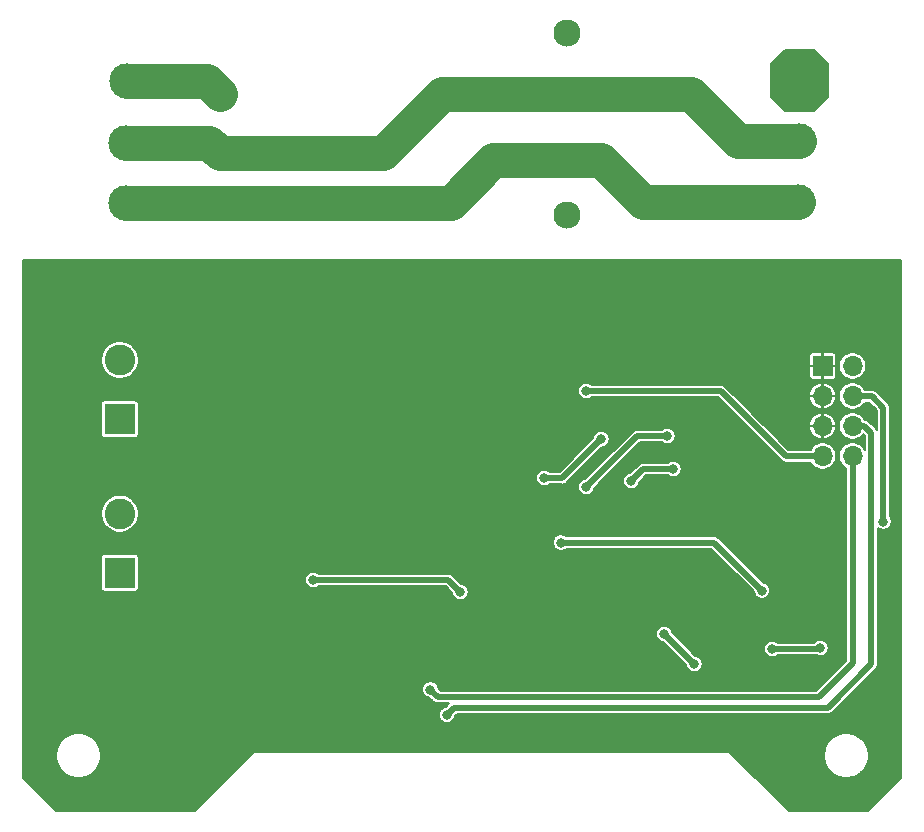
<source format=gbr>
%TF.GenerationSoftware,KiCad,Pcbnew,(5.1.7)-1*%
%TF.CreationDate,2021-01-13T20:29:12+01:00*%
%TF.ProjectId,HotPlateController,486f7450-6c61-4746-9543-6f6e74726f6c,rev?*%
%TF.SameCoordinates,Original*%
%TF.FileFunction,Copper,L2,Bot*%
%TF.FilePolarity,Positive*%
%FSLAX46Y46*%
G04 Gerber Fmt 4.6, Leading zero omitted, Abs format (unit mm)*
G04 Created by KiCad (PCBNEW (5.1.7)-1) date 2021-01-13 20:29:12*
%MOMM*%
%LPD*%
G01*
G04 APERTURE LIST*
%TA.AperFunction,ComponentPad*%
%ADD10C,2.300000*%
%TD*%
%TA.AperFunction,ComponentPad*%
%ADD11R,2.300000X2.000000*%
%TD*%
%TA.AperFunction,ComponentPad*%
%ADD12C,3.000000*%
%TD*%
%TA.AperFunction,ComponentPad*%
%ADD13R,2.600000X2.600000*%
%TD*%
%TA.AperFunction,ComponentPad*%
%ADD14C,2.600000*%
%TD*%
%TA.AperFunction,ComponentPad*%
%ADD15O,1.700000X1.700000*%
%TD*%
%TA.AperFunction,ComponentPad*%
%ADD16R,1.700000X1.700000*%
%TD*%
%TA.AperFunction,ViaPad*%
%ADD17C,0.800000*%
%TD*%
%TA.AperFunction,Conductor*%
%ADD18C,3.000000*%
%TD*%
%TA.AperFunction,Conductor*%
%ADD19C,0.500000*%
%TD*%
%TA.AperFunction,Conductor*%
%ADD20C,0.200000*%
%TD*%
%TA.AperFunction,Conductor*%
%ADD21C,0.100000*%
%TD*%
G04 APERTURE END LIST*
D10*
%TO.P,PS1,4*%
%TO.N,+5V*%
X46400000Y-24200000D03*
%TO.P,PS1,2*%
%TO.N,Net-(J3-Pad2)*%
X17000000Y-19000000D03*
D11*
%TO.P,PS1,1*%
%TO.N,Net-(J3-Pad1)*%
X17000000Y-14000000D03*
D10*
%TO.P,PS1,3*%
%TO.N,GND*%
X46400000Y-8800000D03*
%TD*%
D12*
%TO.P,J4,3*%
%TO.N,Net-(J4-Pad3)*%
X66000000Y-12840000D03*
%TO.P,J4,2*%
%TO.N,Net-(J3-Pad2)*%
X66000000Y-17920000D03*
%TO.P,J4,1*%
%TO.N,Earth*%
X65900000Y-23100000D03*
%TD*%
%TO.P,J3,3*%
%TO.N,Earth*%
X9000000Y-23160000D03*
%TO.P,J3,2*%
%TO.N,Net-(J3-Pad2)*%
X9000000Y-18080000D03*
%TO.P,J3,1*%
%TO.N,Net-(J3-Pad1)*%
X9100000Y-12900000D03*
%TD*%
D13*
%TO.P,J1,1*%
%TO.N,Net-(J1-Pad1)*%
X8500000Y-41500000D03*
D14*
%TO.P,J1,2*%
%TO.N,+5V*%
X8500000Y-36500000D03*
%TD*%
D13*
%TO.P,J6,1*%
%TO.N,Net-(J6-Pad1)*%
X8500000Y-54500000D03*
D14*
%TO.P,J6,2*%
%TO.N,Net-(J6-Pad2)*%
X8500000Y-49500000D03*
%TD*%
D15*
%TO.P,J2,8*%
%TO.N,/USB_RX*%
X70540000Y-44620000D03*
%TO.P,J2,7*%
%TO.N,+5V*%
X68000000Y-44620000D03*
%TO.P,J2,6*%
%TO.N,/USB_TX*%
X70540000Y-42080000D03*
%TO.P,J2,5*%
%TO.N,GND*%
X68000000Y-42080000D03*
%TO.P,J2,4*%
%TO.N,UserSwitch*%
X70540000Y-39540000D03*
%TO.P,J2,3*%
%TO.N,GND*%
X68000000Y-39540000D03*
%TO.P,J2,2*%
%TO.N,/EN*%
X70540000Y-37000000D03*
D16*
%TO.P,J2,1*%
%TO.N,GND*%
X68000000Y-37000000D03*
%TD*%
D17*
%TO.N,+5V*%
X48006000Y-39116000D03*
%TO.N,GND*%
X58420000Y-32512000D03*
X56642000Y-35814000D03*
X49784000Y-34798000D03*
X45720000Y-34290000D03*
X34798000Y-41402000D03*
X28448000Y-42926000D03*
X14478000Y-48514000D03*
X21082000Y-56388000D03*
X29210000Y-67310000D03*
X53594000Y-62230000D03*
X66294000Y-48006000D03*
X53848000Y-53340000D03*
X55626000Y-57150000D03*
%TO.N,+3V3*%
X57150000Y-62230000D03*
X54610000Y-59690000D03*
%TO.N,/USB_RX*%
X34798000Y-64389000D03*
%TO.N,/USB_TX*%
X36195000Y-66548000D03*
%TO.N,/EN*%
X63754000Y-60960000D03*
X67818000Y-60872000D03*
%TO.N,/ESP32_SPI_SCK*%
X24892000Y-55118000D03*
X37338000Y-56134000D03*
%TO.N,StatusLED*%
X48006000Y-47244000D03*
X54864000Y-42926000D03*
%TO.N,HotLED*%
X49276000Y-43180000D03*
X44449992Y-46482000D03*
%TO.N,UserSwitch*%
X73152000Y-50165000D03*
X45847000Y-51943000D03*
X62865000Y-56007000D03*
%TO.N,V_Current_adj*%
X55372000Y-45720000D03*
X51816000Y-46736000D03*
%TO.N,Net-(J3-Pad1)*%
X13462000Y-13970000D03*
X12446000Y-13970000D03*
X11430000Y-13970000D03*
X13462000Y-12954000D03*
X12446000Y-12954000D03*
X11430000Y-12954000D03*
X13462000Y-11938000D03*
X12446000Y-11938000D03*
X11430000Y-11938000D03*
%TO.N,Net-(J4-Pad3)*%
X66040000Y-10668000D03*
X68072000Y-12954000D03*
X66040000Y-14986000D03*
X64008000Y-12954000D03*
X64516000Y-11176000D03*
X67564000Y-11176000D03*
X67564000Y-14478000D03*
X64516000Y-14478000D03*
%TD*%
D18*
%TO.N,Earth*%
X36530000Y-23160000D02*
X9000000Y-23160000D01*
X40132000Y-19558000D02*
X36530000Y-23160000D01*
X49276000Y-19558000D02*
X40132000Y-19558000D01*
X52832000Y-23114000D02*
X49276000Y-19558000D01*
X65886000Y-23114000D02*
X52832000Y-23114000D01*
X65900000Y-23100000D02*
X65886000Y-23114000D01*
D19*
%TO.N,+5V*%
X48006000Y-39116000D02*
X59366000Y-39116000D01*
X64870000Y-44620000D02*
X68000000Y-44620000D01*
X59366000Y-39116000D02*
X64870000Y-44620000D01*
%TO.N,+3V3*%
X57150000Y-62230000D02*
X54610000Y-59690000D01*
%TO.N,/USB_RX*%
X34798000Y-64389000D02*
X35433000Y-65024000D01*
X35433000Y-65024000D02*
X67691000Y-65024000D01*
X70540000Y-62175000D02*
X70540000Y-44620000D01*
X67691000Y-65024000D02*
X70540000Y-62175000D01*
%TO.N,/USB_TX*%
X70540000Y-42080000D02*
X71544000Y-42080000D01*
X71544000Y-42080000D02*
X72136000Y-42672000D01*
X72136000Y-42672000D02*
X72136000Y-52578000D01*
X72136000Y-52578000D02*
X72136000Y-62230000D01*
X72136000Y-62230000D02*
X68453000Y-65913000D01*
X36830000Y-65913000D02*
X36195000Y-66548000D01*
X68453000Y-65913000D02*
X36830000Y-65913000D01*
%TO.N,/EN*%
X63754000Y-60960000D02*
X67818000Y-60960000D01*
X67818000Y-60960000D02*
X67818000Y-60872000D01*
%TO.N,/ESP32_SPI_SCK*%
X36322000Y-55118000D02*
X37338000Y-56134000D01*
X24892000Y-55118000D02*
X36322000Y-55118000D01*
%TO.N,StatusLED*%
X52324000Y-42926000D02*
X54864000Y-42926000D01*
X48006000Y-47244000D02*
X52324000Y-42926000D01*
%TO.N,HotLED*%
X49276000Y-43180000D02*
X45974000Y-46482000D01*
X45974000Y-46482000D02*
X44449992Y-46482000D01*
%TO.N,UserSwitch*%
X73152000Y-50165000D02*
X73152000Y-40513000D01*
X72179000Y-39540000D02*
X73152000Y-40513000D01*
X70540000Y-39540000D02*
X72179000Y-39540000D01*
X45847000Y-51943000D02*
X58801000Y-51943000D01*
X58801000Y-51943000D02*
X62865000Y-56007000D01*
%TO.N,V_Current_adj*%
X55372000Y-45720000D02*
X53594000Y-45720000D01*
X53594000Y-45720000D02*
X52832000Y-45720000D01*
X52832000Y-45720000D02*
X51816000Y-46736000D01*
D18*
%TO.N,Net-(J3-Pad2)*%
X16080000Y-18080000D02*
X17000000Y-19000000D01*
X9000000Y-18080000D02*
X16080000Y-18080000D01*
X30784000Y-19000000D02*
X17000000Y-19000000D01*
X35814000Y-13970000D02*
X30784000Y-19000000D01*
X56896000Y-13970000D02*
X35814000Y-13970000D01*
X60846000Y-17920000D02*
X56896000Y-13970000D01*
X66000000Y-17920000D02*
X60846000Y-17920000D01*
%TO.N,Net-(J3-Pad1)*%
X15900000Y-12900000D02*
X17000000Y-14000000D01*
X9100000Y-12900000D02*
X15900000Y-12900000D01*
%TD*%
D20*
%TO.N,Net-(J4-Pad3)*%
X68480000Y-11471422D02*
X68480000Y-14182578D01*
X67268578Y-15394000D01*
X64811422Y-15394000D01*
X63600000Y-14182578D01*
X63600000Y-11471422D01*
X64811422Y-10260000D01*
X67268578Y-10260000D01*
X68480000Y-11471422D01*
%TA.AperFunction,Conductor*%
D21*
G36*
X68480000Y-11471422D02*
G01*
X68480000Y-14182578D01*
X67268578Y-15394000D01*
X64811422Y-15394000D01*
X63600000Y-14182578D01*
X63600000Y-11471422D01*
X64811422Y-10260000D01*
X67268578Y-10260000D01*
X68480000Y-11471422D01*
G37*
%TD.AperFunction*%
%TD*%
D20*
%TO.N,GND*%
X74675000Y-71865380D02*
X71865382Y-74675000D01*
X65134619Y-74675000D01*
X60272485Y-69812866D01*
X68100000Y-69812866D01*
X68100000Y-70187134D01*
X68173016Y-70554209D01*
X68316242Y-70899987D01*
X68524174Y-71211179D01*
X68788821Y-71475826D01*
X69100013Y-71683758D01*
X69445791Y-71826984D01*
X69812866Y-71900000D01*
X70187134Y-71900000D01*
X70554209Y-71826984D01*
X70899987Y-71683758D01*
X71211179Y-71475826D01*
X71475826Y-71211179D01*
X71683758Y-70899987D01*
X71826984Y-70554209D01*
X71900000Y-70187134D01*
X71900000Y-69812866D01*
X71826984Y-69445791D01*
X71683758Y-69100013D01*
X71475826Y-68788821D01*
X71211179Y-68524174D01*
X70899987Y-68316242D01*
X70554209Y-68173016D01*
X70187134Y-68100000D01*
X69812866Y-68100000D01*
X69445791Y-68173016D01*
X69100013Y-68316242D01*
X68788821Y-68524174D01*
X68524174Y-68788821D01*
X68316242Y-69100013D01*
X68173016Y-69445791D01*
X68100000Y-69812866D01*
X60272485Y-69812866D01*
X60241101Y-69781483D01*
X60230921Y-69769079D01*
X60181434Y-69728465D01*
X60124974Y-69698287D01*
X60063711Y-69679703D01*
X60015961Y-69675000D01*
X60015953Y-69675000D01*
X60000000Y-69673429D01*
X59984047Y-69675000D01*
X20015953Y-69675000D01*
X20000000Y-69673429D01*
X19984047Y-69675000D01*
X19984039Y-69675000D01*
X19936289Y-69679703D01*
X19875026Y-69698287D01*
X19818566Y-69728465D01*
X19769079Y-69769079D01*
X19758904Y-69781477D01*
X14865382Y-74675000D01*
X3134620Y-74675000D01*
X325000Y-71865382D01*
X325000Y-69812866D01*
X3100000Y-69812866D01*
X3100000Y-70187134D01*
X3173016Y-70554209D01*
X3316242Y-70899987D01*
X3524174Y-71211179D01*
X3788821Y-71475826D01*
X4100013Y-71683758D01*
X4445791Y-71826984D01*
X4812866Y-71900000D01*
X5187134Y-71900000D01*
X5554209Y-71826984D01*
X5899987Y-71683758D01*
X6211179Y-71475826D01*
X6475826Y-71211179D01*
X6683758Y-70899987D01*
X6826984Y-70554209D01*
X6900000Y-70187134D01*
X6900000Y-69812866D01*
X6826984Y-69445791D01*
X6683758Y-69100013D01*
X6475826Y-68788821D01*
X6211179Y-68524174D01*
X5899987Y-68316242D01*
X5554209Y-68173016D01*
X5187134Y-68100000D01*
X4812866Y-68100000D01*
X4445791Y-68173016D01*
X4100013Y-68316242D01*
X3788821Y-68524174D01*
X3524174Y-68788821D01*
X3316242Y-69100013D01*
X3173016Y-69445791D01*
X3100000Y-69812866D01*
X325000Y-69812866D01*
X325000Y-64320056D01*
X34098000Y-64320056D01*
X34098000Y-64457944D01*
X34124901Y-64593182D01*
X34177668Y-64720574D01*
X34254274Y-64835224D01*
X34351776Y-64932726D01*
X34466426Y-65009332D01*
X34593818Y-65062099D01*
X34717980Y-65086797D01*
X35024987Y-65393804D01*
X35042210Y-65414790D01*
X35125958Y-65483521D01*
X35221506Y-65534592D01*
X35325181Y-65566042D01*
X35405982Y-65574000D01*
X35405989Y-65574000D01*
X35433000Y-65576660D01*
X35460011Y-65574000D01*
X36391183Y-65574000D01*
X36114980Y-65850203D01*
X35990818Y-65874901D01*
X35863426Y-65927668D01*
X35748776Y-66004274D01*
X35651274Y-66101776D01*
X35574668Y-66216426D01*
X35521901Y-66343818D01*
X35495000Y-66479056D01*
X35495000Y-66616944D01*
X35521901Y-66752182D01*
X35574668Y-66879574D01*
X35651274Y-66994224D01*
X35748776Y-67091726D01*
X35863426Y-67168332D01*
X35990818Y-67221099D01*
X36126056Y-67248000D01*
X36263944Y-67248000D01*
X36399182Y-67221099D01*
X36526574Y-67168332D01*
X36641224Y-67091726D01*
X36738726Y-66994224D01*
X36815332Y-66879574D01*
X36868099Y-66752182D01*
X36892797Y-66628020D01*
X37057817Y-66463000D01*
X68425992Y-66463000D01*
X68453000Y-66465660D01*
X68480008Y-66463000D01*
X68480018Y-66463000D01*
X68560819Y-66455042D01*
X68664494Y-66423592D01*
X68760042Y-66372521D01*
X68843790Y-66303790D01*
X68861013Y-66282804D01*
X72505804Y-62638013D01*
X72526790Y-62620790D01*
X72595521Y-62537042D01*
X72646592Y-62441494D01*
X72678042Y-62337819D01*
X72686000Y-62257018D01*
X72686000Y-62257011D01*
X72688660Y-62230000D01*
X72686000Y-62202989D01*
X72686000Y-50688950D01*
X72705776Y-50708726D01*
X72820426Y-50785332D01*
X72947818Y-50838099D01*
X73083056Y-50865000D01*
X73220944Y-50865000D01*
X73356182Y-50838099D01*
X73483574Y-50785332D01*
X73598224Y-50708726D01*
X73695726Y-50611224D01*
X73772332Y-50496574D01*
X73825099Y-50369182D01*
X73852000Y-50233944D01*
X73852000Y-50096056D01*
X73825099Y-49960818D01*
X73772332Y-49833426D01*
X73702000Y-49728166D01*
X73702000Y-40540011D01*
X73704660Y-40513000D01*
X73702000Y-40485989D01*
X73702000Y-40485982D01*
X73694042Y-40405181D01*
X73662592Y-40301506D01*
X73662592Y-40301505D01*
X73611521Y-40205958D01*
X73560013Y-40143196D01*
X73542790Y-40122210D01*
X73521804Y-40104987D01*
X72587013Y-39170196D01*
X72569790Y-39149210D01*
X72486042Y-39080479D01*
X72390494Y-39029408D01*
X72286819Y-38997958D01*
X72206018Y-38990000D01*
X72206008Y-38990000D01*
X72179000Y-38987340D01*
X72151992Y-38990000D01*
X71555594Y-38990000D01*
X71433263Y-38806918D01*
X71273082Y-38646737D01*
X71084729Y-38520884D01*
X70875443Y-38434194D01*
X70653265Y-38390000D01*
X70426735Y-38390000D01*
X70204557Y-38434194D01*
X69995271Y-38520884D01*
X69806918Y-38646737D01*
X69646737Y-38806918D01*
X69520884Y-38995271D01*
X69434194Y-39204557D01*
X69390000Y-39426735D01*
X69390000Y-39653265D01*
X69434194Y-39875443D01*
X69520884Y-40084729D01*
X69646737Y-40273082D01*
X69806918Y-40433263D01*
X69995271Y-40559116D01*
X70204557Y-40645806D01*
X70426735Y-40690000D01*
X70653265Y-40690000D01*
X70875443Y-40645806D01*
X71084729Y-40559116D01*
X71273082Y-40433263D01*
X71433263Y-40273082D01*
X71555594Y-40090000D01*
X71951183Y-40090000D01*
X72602001Y-40740818D01*
X72602001Y-42377081D01*
X72595521Y-42364958D01*
X72561982Y-42324091D01*
X72544013Y-42302195D01*
X72544008Y-42302190D01*
X72526790Y-42281210D01*
X72505809Y-42263992D01*
X71952013Y-41710195D01*
X71934790Y-41689210D01*
X71851042Y-41620479D01*
X71755494Y-41569408D01*
X71651819Y-41537958D01*
X71571018Y-41530000D01*
X71571008Y-41530000D01*
X71554508Y-41528375D01*
X71433263Y-41346918D01*
X71273082Y-41186737D01*
X71084729Y-41060884D01*
X70875443Y-40974194D01*
X70653265Y-40930000D01*
X70426735Y-40930000D01*
X70204557Y-40974194D01*
X69995271Y-41060884D01*
X69806918Y-41186737D01*
X69646737Y-41346918D01*
X69520884Y-41535271D01*
X69434194Y-41744557D01*
X69390000Y-41966735D01*
X69390000Y-42193265D01*
X69434194Y-42415443D01*
X69520884Y-42624729D01*
X69646737Y-42813082D01*
X69806918Y-42973263D01*
X69995271Y-43099116D01*
X70204557Y-43185806D01*
X70426735Y-43230000D01*
X70653265Y-43230000D01*
X70875443Y-43185806D01*
X71084729Y-43099116D01*
X71273082Y-42973263D01*
X71433263Y-42813082D01*
X71459699Y-42773517D01*
X71586000Y-42899818D01*
X71586000Y-44140174D01*
X71559116Y-44075271D01*
X71433263Y-43886918D01*
X71273082Y-43726737D01*
X71084729Y-43600884D01*
X70875443Y-43514194D01*
X70653265Y-43470000D01*
X70426735Y-43470000D01*
X70204557Y-43514194D01*
X69995271Y-43600884D01*
X69806918Y-43726737D01*
X69646737Y-43886918D01*
X69520884Y-44075271D01*
X69434194Y-44284557D01*
X69390000Y-44506735D01*
X69390000Y-44733265D01*
X69434194Y-44955443D01*
X69520884Y-45164729D01*
X69646737Y-45353082D01*
X69806918Y-45513263D01*
X69990001Y-45635595D01*
X69990000Y-61947182D01*
X67463183Y-64474000D01*
X35660817Y-64474000D01*
X35495797Y-64308980D01*
X35471099Y-64184818D01*
X35418332Y-64057426D01*
X35341726Y-63942776D01*
X35244224Y-63845274D01*
X35129574Y-63768668D01*
X35002182Y-63715901D01*
X34866944Y-63689000D01*
X34729056Y-63689000D01*
X34593818Y-63715901D01*
X34466426Y-63768668D01*
X34351776Y-63845274D01*
X34254274Y-63942776D01*
X34177668Y-64057426D01*
X34124901Y-64184818D01*
X34098000Y-64320056D01*
X325000Y-64320056D01*
X325000Y-59621056D01*
X53910000Y-59621056D01*
X53910000Y-59758944D01*
X53936901Y-59894182D01*
X53989668Y-60021574D01*
X54066274Y-60136224D01*
X54163776Y-60233726D01*
X54278426Y-60310332D01*
X54405818Y-60363099D01*
X54529980Y-60387797D01*
X56452203Y-62310021D01*
X56476901Y-62434182D01*
X56529668Y-62561574D01*
X56606274Y-62676224D01*
X56703776Y-62773726D01*
X56818426Y-62850332D01*
X56945818Y-62903099D01*
X57081056Y-62930000D01*
X57218944Y-62930000D01*
X57354182Y-62903099D01*
X57481574Y-62850332D01*
X57596224Y-62773726D01*
X57693726Y-62676224D01*
X57770332Y-62561574D01*
X57823099Y-62434182D01*
X57850000Y-62298944D01*
X57850000Y-62161056D01*
X57823099Y-62025818D01*
X57770332Y-61898426D01*
X57693726Y-61783776D01*
X57596224Y-61686274D01*
X57481574Y-61609668D01*
X57354182Y-61556901D01*
X57230021Y-61532203D01*
X56588874Y-60891056D01*
X63054000Y-60891056D01*
X63054000Y-61028944D01*
X63080901Y-61164182D01*
X63133668Y-61291574D01*
X63210274Y-61406224D01*
X63307776Y-61503726D01*
X63422426Y-61580332D01*
X63549818Y-61633099D01*
X63685056Y-61660000D01*
X63822944Y-61660000D01*
X63958182Y-61633099D01*
X64085574Y-61580332D01*
X64190834Y-61510000D01*
X67529081Y-61510000D01*
X67613818Y-61545099D01*
X67749056Y-61572000D01*
X67886944Y-61572000D01*
X68022182Y-61545099D01*
X68149574Y-61492332D01*
X68264224Y-61415726D01*
X68361726Y-61318224D01*
X68438332Y-61203574D01*
X68491099Y-61076182D01*
X68518000Y-60940944D01*
X68518000Y-60803056D01*
X68491099Y-60667818D01*
X68438332Y-60540426D01*
X68361726Y-60425776D01*
X68264224Y-60328274D01*
X68149574Y-60251668D01*
X68022182Y-60198901D01*
X67886944Y-60172000D01*
X67749056Y-60172000D01*
X67613818Y-60198901D01*
X67486426Y-60251668D01*
X67371776Y-60328274D01*
X67290050Y-60410000D01*
X64190834Y-60410000D01*
X64085574Y-60339668D01*
X63958182Y-60286901D01*
X63822944Y-60260000D01*
X63685056Y-60260000D01*
X63549818Y-60286901D01*
X63422426Y-60339668D01*
X63307776Y-60416274D01*
X63210274Y-60513776D01*
X63133668Y-60628426D01*
X63080901Y-60755818D01*
X63054000Y-60891056D01*
X56588874Y-60891056D01*
X55307797Y-59609980D01*
X55283099Y-59485818D01*
X55230332Y-59358426D01*
X55153726Y-59243776D01*
X55056224Y-59146274D01*
X54941574Y-59069668D01*
X54814182Y-59016901D01*
X54678944Y-58990000D01*
X54541056Y-58990000D01*
X54405818Y-59016901D01*
X54278426Y-59069668D01*
X54163776Y-59146274D01*
X54066274Y-59243776D01*
X53989668Y-59358426D01*
X53936901Y-59485818D01*
X53910000Y-59621056D01*
X325000Y-59621056D01*
X325000Y-53200000D01*
X6898549Y-53200000D01*
X6898549Y-55800000D01*
X6904341Y-55858810D01*
X6921496Y-55915360D01*
X6949353Y-55967477D01*
X6986842Y-56013158D01*
X7032523Y-56050647D01*
X7084640Y-56078504D01*
X7141190Y-56095659D01*
X7200000Y-56101451D01*
X9800000Y-56101451D01*
X9858810Y-56095659D01*
X9915360Y-56078504D01*
X9967477Y-56050647D01*
X10013158Y-56013158D01*
X10050647Y-55967477D01*
X10078504Y-55915360D01*
X10095659Y-55858810D01*
X10101451Y-55800000D01*
X10101451Y-55049056D01*
X24192000Y-55049056D01*
X24192000Y-55186944D01*
X24218901Y-55322182D01*
X24271668Y-55449574D01*
X24348274Y-55564224D01*
X24445776Y-55661726D01*
X24560426Y-55738332D01*
X24687818Y-55791099D01*
X24823056Y-55818000D01*
X24960944Y-55818000D01*
X25096182Y-55791099D01*
X25223574Y-55738332D01*
X25328834Y-55668000D01*
X36094183Y-55668000D01*
X36640203Y-56214021D01*
X36664901Y-56338182D01*
X36717668Y-56465574D01*
X36794274Y-56580224D01*
X36891776Y-56677726D01*
X37006426Y-56754332D01*
X37133818Y-56807099D01*
X37269056Y-56834000D01*
X37406944Y-56834000D01*
X37542182Y-56807099D01*
X37669574Y-56754332D01*
X37784224Y-56677726D01*
X37881726Y-56580224D01*
X37958332Y-56465574D01*
X38011099Y-56338182D01*
X38038000Y-56202944D01*
X38038000Y-56065056D01*
X38011099Y-55929818D01*
X37958332Y-55802426D01*
X37881726Y-55687776D01*
X37784224Y-55590274D01*
X37669574Y-55513668D01*
X37542182Y-55460901D01*
X37418021Y-55436203D01*
X36730013Y-54748196D01*
X36712790Y-54727210D01*
X36629042Y-54658479D01*
X36533494Y-54607408D01*
X36429819Y-54575958D01*
X36349018Y-54568000D01*
X36349008Y-54568000D01*
X36322000Y-54565340D01*
X36294992Y-54568000D01*
X25328834Y-54568000D01*
X25223574Y-54497668D01*
X25096182Y-54444901D01*
X24960944Y-54418000D01*
X24823056Y-54418000D01*
X24687818Y-54444901D01*
X24560426Y-54497668D01*
X24445776Y-54574274D01*
X24348274Y-54671776D01*
X24271668Y-54786426D01*
X24218901Y-54913818D01*
X24192000Y-55049056D01*
X10101451Y-55049056D01*
X10101451Y-53200000D01*
X10095659Y-53141190D01*
X10078504Y-53084640D01*
X10050647Y-53032523D01*
X10013158Y-52986842D01*
X9967477Y-52949353D01*
X9915360Y-52921496D01*
X9858810Y-52904341D01*
X9800000Y-52898549D01*
X7200000Y-52898549D01*
X7141190Y-52904341D01*
X7084640Y-52921496D01*
X7032523Y-52949353D01*
X6986842Y-52986842D01*
X6949353Y-53032523D01*
X6921496Y-53084640D01*
X6904341Y-53141190D01*
X6898549Y-53200000D01*
X325000Y-53200000D01*
X325000Y-51874056D01*
X45147000Y-51874056D01*
X45147000Y-52011944D01*
X45173901Y-52147182D01*
X45226668Y-52274574D01*
X45303274Y-52389224D01*
X45400776Y-52486726D01*
X45515426Y-52563332D01*
X45642818Y-52616099D01*
X45778056Y-52643000D01*
X45915944Y-52643000D01*
X46051182Y-52616099D01*
X46178574Y-52563332D01*
X46283834Y-52493000D01*
X58573183Y-52493000D01*
X62167203Y-56087021D01*
X62191901Y-56211182D01*
X62244668Y-56338574D01*
X62321274Y-56453224D01*
X62418776Y-56550726D01*
X62533426Y-56627332D01*
X62660818Y-56680099D01*
X62796056Y-56707000D01*
X62933944Y-56707000D01*
X63069182Y-56680099D01*
X63196574Y-56627332D01*
X63311224Y-56550726D01*
X63408726Y-56453224D01*
X63485332Y-56338574D01*
X63538099Y-56211182D01*
X63565000Y-56075944D01*
X63565000Y-55938056D01*
X63538099Y-55802818D01*
X63485332Y-55675426D01*
X63408726Y-55560776D01*
X63311224Y-55463274D01*
X63196574Y-55386668D01*
X63069182Y-55333901D01*
X62945021Y-55309203D01*
X59209013Y-51573196D01*
X59191790Y-51552210D01*
X59108042Y-51483479D01*
X59012494Y-51432408D01*
X58908819Y-51400958D01*
X58828018Y-51393000D01*
X58828008Y-51393000D01*
X58801000Y-51390340D01*
X58773992Y-51393000D01*
X46283834Y-51393000D01*
X46178574Y-51322668D01*
X46051182Y-51269901D01*
X45915944Y-51243000D01*
X45778056Y-51243000D01*
X45642818Y-51269901D01*
X45515426Y-51322668D01*
X45400776Y-51399274D01*
X45303274Y-51496776D01*
X45226668Y-51611426D01*
X45173901Y-51738818D01*
X45147000Y-51874056D01*
X325000Y-51874056D01*
X325000Y-49342414D01*
X6900000Y-49342414D01*
X6900000Y-49657586D01*
X6961487Y-49966703D01*
X7082098Y-50257884D01*
X7257199Y-50519941D01*
X7480059Y-50742801D01*
X7742116Y-50917902D01*
X8033297Y-51038513D01*
X8342414Y-51100000D01*
X8657586Y-51100000D01*
X8966703Y-51038513D01*
X9257884Y-50917902D01*
X9519941Y-50742801D01*
X9742801Y-50519941D01*
X9917902Y-50257884D01*
X10038513Y-49966703D01*
X10100000Y-49657586D01*
X10100000Y-49342414D01*
X10038513Y-49033297D01*
X9917902Y-48742116D01*
X9742801Y-48480059D01*
X9519941Y-48257199D01*
X9257884Y-48082098D01*
X8966703Y-47961487D01*
X8657586Y-47900000D01*
X8342414Y-47900000D01*
X8033297Y-47961487D01*
X7742116Y-48082098D01*
X7480059Y-48257199D01*
X7257199Y-48480059D01*
X7082098Y-48742116D01*
X6961487Y-49033297D01*
X6900000Y-49342414D01*
X325000Y-49342414D01*
X325000Y-46413056D01*
X43749992Y-46413056D01*
X43749992Y-46550944D01*
X43776893Y-46686182D01*
X43829660Y-46813574D01*
X43906266Y-46928224D01*
X44003768Y-47025726D01*
X44118418Y-47102332D01*
X44245810Y-47155099D01*
X44381048Y-47182000D01*
X44518936Y-47182000D01*
X44553845Y-47175056D01*
X47306000Y-47175056D01*
X47306000Y-47312944D01*
X47332901Y-47448182D01*
X47385668Y-47575574D01*
X47462274Y-47690224D01*
X47559776Y-47787726D01*
X47674426Y-47864332D01*
X47801818Y-47917099D01*
X47937056Y-47944000D01*
X48074944Y-47944000D01*
X48210182Y-47917099D01*
X48337574Y-47864332D01*
X48452224Y-47787726D01*
X48549726Y-47690224D01*
X48626332Y-47575574D01*
X48679099Y-47448182D01*
X48703797Y-47324020D01*
X49360761Y-46667056D01*
X51116000Y-46667056D01*
X51116000Y-46804944D01*
X51142901Y-46940182D01*
X51195668Y-47067574D01*
X51272274Y-47182224D01*
X51369776Y-47279726D01*
X51484426Y-47356332D01*
X51611818Y-47409099D01*
X51747056Y-47436000D01*
X51884944Y-47436000D01*
X52020182Y-47409099D01*
X52147574Y-47356332D01*
X52262224Y-47279726D01*
X52359726Y-47182224D01*
X52436332Y-47067574D01*
X52489099Y-46940182D01*
X52513797Y-46816021D01*
X53059818Y-46270000D01*
X54935166Y-46270000D01*
X55040426Y-46340332D01*
X55167818Y-46393099D01*
X55303056Y-46420000D01*
X55440944Y-46420000D01*
X55576182Y-46393099D01*
X55703574Y-46340332D01*
X55818224Y-46263726D01*
X55915726Y-46166224D01*
X55992332Y-46051574D01*
X56045099Y-45924182D01*
X56072000Y-45788944D01*
X56072000Y-45651056D01*
X56045099Y-45515818D01*
X55992332Y-45388426D01*
X55915726Y-45273776D01*
X55818224Y-45176274D01*
X55703574Y-45099668D01*
X55576182Y-45046901D01*
X55440944Y-45020000D01*
X55303056Y-45020000D01*
X55167818Y-45046901D01*
X55040426Y-45099668D01*
X54935166Y-45170000D01*
X52859008Y-45170000D01*
X52832000Y-45167340D01*
X52804992Y-45170000D01*
X52804982Y-45170000D01*
X52724181Y-45177958D01*
X52620506Y-45209408D01*
X52576028Y-45233182D01*
X52524957Y-45260479D01*
X52462195Y-45311987D01*
X52462190Y-45311992D01*
X52441210Y-45329210D01*
X52423992Y-45350190D01*
X51735979Y-46038203D01*
X51611818Y-46062901D01*
X51484426Y-46115668D01*
X51369776Y-46192274D01*
X51272274Y-46289776D01*
X51195668Y-46404426D01*
X51142901Y-46531818D01*
X51116000Y-46667056D01*
X49360761Y-46667056D01*
X52551818Y-43476000D01*
X54427166Y-43476000D01*
X54532426Y-43546332D01*
X54659818Y-43599099D01*
X54795056Y-43626000D01*
X54932944Y-43626000D01*
X55068182Y-43599099D01*
X55195574Y-43546332D01*
X55310224Y-43469726D01*
X55407726Y-43372224D01*
X55484332Y-43257574D01*
X55537099Y-43130182D01*
X55564000Y-42994944D01*
X55564000Y-42857056D01*
X55537099Y-42721818D01*
X55484332Y-42594426D01*
X55407726Y-42479776D01*
X55310224Y-42382274D01*
X55195574Y-42305668D01*
X55068182Y-42252901D01*
X54932944Y-42226000D01*
X54795056Y-42226000D01*
X54659818Y-42252901D01*
X54532426Y-42305668D01*
X54427166Y-42376000D01*
X52351007Y-42376000D01*
X52323999Y-42373340D01*
X52296991Y-42376000D01*
X52296982Y-42376000D01*
X52216181Y-42383958D01*
X52112506Y-42415408D01*
X52112441Y-42415443D01*
X52016957Y-42466479D01*
X51954195Y-42517987D01*
X51954190Y-42517992D01*
X51933210Y-42535210D01*
X51915992Y-42556190D01*
X47925980Y-46546203D01*
X47801818Y-46570901D01*
X47674426Y-46623668D01*
X47559776Y-46700274D01*
X47462274Y-46797776D01*
X47385668Y-46912426D01*
X47332901Y-47039818D01*
X47306000Y-47175056D01*
X44553845Y-47175056D01*
X44654174Y-47155099D01*
X44781566Y-47102332D01*
X44886826Y-47032000D01*
X45946992Y-47032000D01*
X45974000Y-47034660D01*
X46001008Y-47032000D01*
X46001018Y-47032000D01*
X46081819Y-47024042D01*
X46185494Y-46992592D01*
X46281042Y-46941521D01*
X46364790Y-46872790D01*
X46382013Y-46851804D01*
X49356021Y-43877797D01*
X49480182Y-43853099D01*
X49607574Y-43800332D01*
X49722224Y-43723726D01*
X49819726Y-43626224D01*
X49896332Y-43511574D01*
X49949099Y-43384182D01*
X49976000Y-43248944D01*
X49976000Y-43111056D01*
X49949099Y-42975818D01*
X49896332Y-42848426D01*
X49819726Y-42733776D01*
X49722224Y-42636274D01*
X49607574Y-42559668D01*
X49480182Y-42506901D01*
X49344944Y-42480000D01*
X49207056Y-42480000D01*
X49071818Y-42506901D01*
X48944426Y-42559668D01*
X48829776Y-42636274D01*
X48732274Y-42733776D01*
X48655668Y-42848426D01*
X48602901Y-42975818D01*
X48578203Y-43099979D01*
X45746183Y-45932000D01*
X44886826Y-45932000D01*
X44781566Y-45861668D01*
X44654174Y-45808901D01*
X44518936Y-45782000D01*
X44381048Y-45782000D01*
X44245810Y-45808901D01*
X44118418Y-45861668D01*
X44003768Y-45938274D01*
X43906266Y-46035776D01*
X43829660Y-46150426D01*
X43776893Y-46277818D01*
X43749992Y-46413056D01*
X325000Y-46413056D01*
X325000Y-40200000D01*
X6898549Y-40200000D01*
X6898549Y-42800000D01*
X6904341Y-42858810D01*
X6921496Y-42915360D01*
X6949353Y-42967477D01*
X6986842Y-43013158D01*
X7032523Y-43050647D01*
X7084640Y-43078504D01*
X7141190Y-43095659D01*
X7200000Y-43101451D01*
X9800000Y-43101451D01*
X9858810Y-43095659D01*
X9915360Y-43078504D01*
X9967477Y-43050647D01*
X10013158Y-43013158D01*
X10050647Y-42967477D01*
X10078504Y-42915360D01*
X10095659Y-42858810D01*
X10101451Y-42800000D01*
X10101451Y-40200000D01*
X10095659Y-40141190D01*
X10078504Y-40084640D01*
X10050647Y-40032523D01*
X10013158Y-39986842D01*
X9967477Y-39949353D01*
X9915360Y-39921496D01*
X9858810Y-39904341D01*
X9800000Y-39898549D01*
X7200000Y-39898549D01*
X7141190Y-39904341D01*
X7084640Y-39921496D01*
X7032523Y-39949353D01*
X6986842Y-39986842D01*
X6949353Y-40032523D01*
X6921496Y-40084640D01*
X6904341Y-40141190D01*
X6898549Y-40200000D01*
X325000Y-40200000D01*
X325000Y-39047056D01*
X47306000Y-39047056D01*
X47306000Y-39184944D01*
X47332901Y-39320182D01*
X47385668Y-39447574D01*
X47462274Y-39562224D01*
X47559776Y-39659726D01*
X47674426Y-39736332D01*
X47801818Y-39789099D01*
X47937056Y-39816000D01*
X48074944Y-39816000D01*
X48210182Y-39789099D01*
X48337574Y-39736332D01*
X48442834Y-39666000D01*
X59138183Y-39666000D01*
X64461992Y-44989810D01*
X64479210Y-45010790D01*
X64500190Y-45028008D01*
X64500195Y-45028013D01*
X64552097Y-45070607D01*
X64562958Y-45079521D01*
X64658506Y-45130592D01*
X64762181Y-45162042D01*
X64842982Y-45170000D01*
X64842991Y-45170000D01*
X64869999Y-45172660D01*
X64897007Y-45170000D01*
X66984406Y-45170000D01*
X67106737Y-45353082D01*
X67266918Y-45513263D01*
X67455271Y-45639116D01*
X67664557Y-45725806D01*
X67886735Y-45770000D01*
X68113265Y-45770000D01*
X68335443Y-45725806D01*
X68544729Y-45639116D01*
X68733082Y-45513263D01*
X68893263Y-45353082D01*
X69019116Y-45164729D01*
X69105806Y-44955443D01*
X69150000Y-44733265D01*
X69150000Y-44506735D01*
X69105806Y-44284557D01*
X69019116Y-44075271D01*
X68893263Y-43886918D01*
X68733082Y-43726737D01*
X68544729Y-43600884D01*
X68335443Y-43514194D01*
X68113265Y-43470000D01*
X67886735Y-43470000D01*
X67664557Y-43514194D01*
X67455271Y-43600884D01*
X67266918Y-43726737D01*
X67106737Y-43886918D01*
X66984406Y-44070000D01*
X65097818Y-44070000D01*
X63312367Y-42284549D01*
X66868338Y-42284549D01*
X66876203Y-42324091D01*
X66945416Y-42538643D01*
X67055156Y-42735569D01*
X67201206Y-42907302D01*
X67377953Y-43047243D01*
X67578605Y-43150013D01*
X67795451Y-43211663D01*
X67975000Y-43154729D01*
X67975000Y-42105000D01*
X68025000Y-42105000D01*
X68025000Y-43154729D01*
X68204549Y-43211663D01*
X68421395Y-43150013D01*
X68622047Y-43047243D01*
X68798794Y-42907302D01*
X68944844Y-42735569D01*
X69054584Y-42538643D01*
X69123797Y-42324091D01*
X69131662Y-42284549D01*
X69074709Y-42105000D01*
X68025000Y-42105000D01*
X67975000Y-42105000D01*
X66925291Y-42105000D01*
X66868338Y-42284549D01*
X63312367Y-42284549D01*
X62903269Y-41875451D01*
X66868338Y-41875451D01*
X66925291Y-42055000D01*
X67975000Y-42055000D01*
X67975000Y-41005271D01*
X68025000Y-41005271D01*
X68025000Y-42055000D01*
X69074709Y-42055000D01*
X69131662Y-41875451D01*
X69123797Y-41835909D01*
X69054584Y-41621357D01*
X68944844Y-41424431D01*
X68798794Y-41252698D01*
X68622047Y-41112757D01*
X68421395Y-41009987D01*
X68204549Y-40948337D01*
X68025000Y-41005271D01*
X67975000Y-41005271D01*
X67795451Y-40948337D01*
X67578605Y-41009987D01*
X67377953Y-41112757D01*
X67201206Y-41252698D01*
X67055156Y-41424431D01*
X66945416Y-41621357D01*
X66876203Y-41835909D01*
X66868338Y-41875451D01*
X62903269Y-41875451D01*
X60772367Y-39744549D01*
X66868338Y-39744549D01*
X66876203Y-39784091D01*
X66945416Y-39998643D01*
X67055156Y-40195569D01*
X67201206Y-40367302D01*
X67377953Y-40507243D01*
X67578605Y-40610013D01*
X67795451Y-40671663D01*
X67975000Y-40614729D01*
X67975000Y-39565000D01*
X68025000Y-39565000D01*
X68025000Y-40614729D01*
X68204549Y-40671663D01*
X68421395Y-40610013D01*
X68622047Y-40507243D01*
X68798794Y-40367302D01*
X68944844Y-40195569D01*
X69054584Y-39998643D01*
X69123797Y-39784091D01*
X69131662Y-39744549D01*
X69074709Y-39565000D01*
X68025000Y-39565000D01*
X67975000Y-39565000D01*
X66925291Y-39565000D01*
X66868338Y-39744549D01*
X60772367Y-39744549D01*
X60363269Y-39335451D01*
X66868338Y-39335451D01*
X66925291Y-39515000D01*
X67975000Y-39515000D01*
X67975000Y-38465271D01*
X68025000Y-38465271D01*
X68025000Y-39515000D01*
X69074709Y-39515000D01*
X69131662Y-39335451D01*
X69123797Y-39295909D01*
X69054584Y-39081357D01*
X68944844Y-38884431D01*
X68798794Y-38712698D01*
X68622047Y-38572757D01*
X68421395Y-38469987D01*
X68204549Y-38408337D01*
X68025000Y-38465271D01*
X67975000Y-38465271D01*
X67795451Y-38408337D01*
X67578605Y-38469987D01*
X67377953Y-38572757D01*
X67201206Y-38712698D01*
X67055156Y-38884431D01*
X66945416Y-39081357D01*
X66876203Y-39295909D01*
X66868338Y-39335451D01*
X60363269Y-39335451D01*
X59774013Y-38746196D01*
X59756790Y-38725210D01*
X59673042Y-38656479D01*
X59577494Y-38605408D01*
X59473819Y-38573958D01*
X59393018Y-38566000D01*
X59393008Y-38566000D01*
X59366000Y-38563340D01*
X59338992Y-38566000D01*
X48442834Y-38566000D01*
X48337574Y-38495668D01*
X48210182Y-38442901D01*
X48074944Y-38416000D01*
X47937056Y-38416000D01*
X47801818Y-38442901D01*
X47674426Y-38495668D01*
X47559776Y-38572274D01*
X47462274Y-38669776D01*
X47385668Y-38784426D01*
X47332901Y-38911818D01*
X47306000Y-39047056D01*
X325000Y-39047056D01*
X325000Y-36342414D01*
X6900000Y-36342414D01*
X6900000Y-36657586D01*
X6961487Y-36966703D01*
X7082098Y-37257884D01*
X7257199Y-37519941D01*
X7480059Y-37742801D01*
X7742116Y-37917902D01*
X8033297Y-38038513D01*
X8342414Y-38100000D01*
X8657586Y-38100000D01*
X8966703Y-38038513D01*
X9257884Y-37917902D01*
X9359506Y-37850000D01*
X66848548Y-37850000D01*
X66854340Y-37908810D01*
X66871495Y-37965361D01*
X66899352Y-38017478D01*
X66936841Y-38063159D01*
X66982522Y-38100648D01*
X67034639Y-38128505D01*
X67091190Y-38145660D01*
X67150000Y-38151452D01*
X67900000Y-38150000D01*
X67975000Y-38075000D01*
X67975000Y-37025000D01*
X68025000Y-37025000D01*
X68025000Y-38075000D01*
X68100000Y-38150000D01*
X68850000Y-38151452D01*
X68908810Y-38145660D01*
X68965361Y-38128505D01*
X69017478Y-38100648D01*
X69063159Y-38063159D01*
X69100648Y-38017478D01*
X69128505Y-37965361D01*
X69145660Y-37908810D01*
X69151452Y-37850000D01*
X69150000Y-37100000D01*
X69075000Y-37025000D01*
X68025000Y-37025000D01*
X67975000Y-37025000D01*
X66925000Y-37025000D01*
X66850000Y-37100000D01*
X66848548Y-37850000D01*
X9359506Y-37850000D01*
X9519941Y-37742801D01*
X9742801Y-37519941D01*
X9917902Y-37257884D01*
X10038513Y-36966703D01*
X10100000Y-36657586D01*
X10100000Y-36342414D01*
X10061727Y-36150000D01*
X66848548Y-36150000D01*
X66850000Y-36900000D01*
X66925000Y-36975000D01*
X67975000Y-36975000D01*
X67975000Y-35925000D01*
X68025000Y-35925000D01*
X68025000Y-36975000D01*
X69075000Y-36975000D01*
X69150000Y-36900000D01*
X69150025Y-36886735D01*
X69390000Y-36886735D01*
X69390000Y-37113265D01*
X69434194Y-37335443D01*
X69520884Y-37544729D01*
X69646737Y-37733082D01*
X69806918Y-37893263D01*
X69995271Y-38019116D01*
X70204557Y-38105806D01*
X70426735Y-38150000D01*
X70653265Y-38150000D01*
X70875443Y-38105806D01*
X71084729Y-38019116D01*
X71273082Y-37893263D01*
X71433263Y-37733082D01*
X71559116Y-37544729D01*
X71645806Y-37335443D01*
X71690000Y-37113265D01*
X71690000Y-36886735D01*
X71645806Y-36664557D01*
X71559116Y-36455271D01*
X71433263Y-36266918D01*
X71273082Y-36106737D01*
X71084729Y-35980884D01*
X70875443Y-35894194D01*
X70653265Y-35850000D01*
X70426735Y-35850000D01*
X70204557Y-35894194D01*
X69995271Y-35980884D01*
X69806918Y-36106737D01*
X69646737Y-36266918D01*
X69520884Y-36455271D01*
X69434194Y-36664557D01*
X69390000Y-36886735D01*
X69150025Y-36886735D01*
X69151452Y-36150000D01*
X69145660Y-36091190D01*
X69128505Y-36034639D01*
X69100648Y-35982522D01*
X69063159Y-35936841D01*
X69017478Y-35899352D01*
X68965361Y-35871495D01*
X68908810Y-35854340D01*
X68850000Y-35848548D01*
X68100000Y-35850000D01*
X68025000Y-35925000D01*
X67975000Y-35925000D01*
X67900000Y-35850000D01*
X67150000Y-35848548D01*
X67091190Y-35854340D01*
X67034639Y-35871495D01*
X66982522Y-35899352D01*
X66936841Y-35936841D01*
X66899352Y-35982522D01*
X66871495Y-36034639D01*
X66854340Y-36091190D01*
X66848548Y-36150000D01*
X10061727Y-36150000D01*
X10038513Y-36033297D01*
X9917902Y-35742116D01*
X9742801Y-35480059D01*
X9519941Y-35257199D01*
X9257884Y-35082098D01*
X8966703Y-34961487D01*
X8657586Y-34900000D01*
X8342414Y-34900000D01*
X8033297Y-34961487D01*
X7742116Y-35082098D01*
X7480059Y-35257199D01*
X7257199Y-35480059D01*
X7082098Y-35742116D01*
X6961487Y-36033297D01*
X6900000Y-36342414D01*
X325000Y-36342414D01*
X325000Y-28040000D01*
X74675001Y-28040000D01*
X74675000Y-71865380D01*
%TA.AperFunction,Conductor*%
D21*
G36*
X74675000Y-71865380D02*
G01*
X71865382Y-74675000D01*
X65134619Y-74675000D01*
X60272485Y-69812866D01*
X68100000Y-69812866D01*
X68100000Y-70187134D01*
X68173016Y-70554209D01*
X68316242Y-70899987D01*
X68524174Y-71211179D01*
X68788821Y-71475826D01*
X69100013Y-71683758D01*
X69445791Y-71826984D01*
X69812866Y-71900000D01*
X70187134Y-71900000D01*
X70554209Y-71826984D01*
X70899987Y-71683758D01*
X71211179Y-71475826D01*
X71475826Y-71211179D01*
X71683758Y-70899987D01*
X71826984Y-70554209D01*
X71900000Y-70187134D01*
X71900000Y-69812866D01*
X71826984Y-69445791D01*
X71683758Y-69100013D01*
X71475826Y-68788821D01*
X71211179Y-68524174D01*
X70899987Y-68316242D01*
X70554209Y-68173016D01*
X70187134Y-68100000D01*
X69812866Y-68100000D01*
X69445791Y-68173016D01*
X69100013Y-68316242D01*
X68788821Y-68524174D01*
X68524174Y-68788821D01*
X68316242Y-69100013D01*
X68173016Y-69445791D01*
X68100000Y-69812866D01*
X60272485Y-69812866D01*
X60241101Y-69781483D01*
X60230921Y-69769079D01*
X60181434Y-69728465D01*
X60124974Y-69698287D01*
X60063711Y-69679703D01*
X60015961Y-69675000D01*
X60015953Y-69675000D01*
X60000000Y-69673429D01*
X59984047Y-69675000D01*
X20015953Y-69675000D01*
X20000000Y-69673429D01*
X19984047Y-69675000D01*
X19984039Y-69675000D01*
X19936289Y-69679703D01*
X19875026Y-69698287D01*
X19818566Y-69728465D01*
X19769079Y-69769079D01*
X19758904Y-69781477D01*
X14865382Y-74675000D01*
X3134620Y-74675000D01*
X325000Y-71865382D01*
X325000Y-69812866D01*
X3100000Y-69812866D01*
X3100000Y-70187134D01*
X3173016Y-70554209D01*
X3316242Y-70899987D01*
X3524174Y-71211179D01*
X3788821Y-71475826D01*
X4100013Y-71683758D01*
X4445791Y-71826984D01*
X4812866Y-71900000D01*
X5187134Y-71900000D01*
X5554209Y-71826984D01*
X5899987Y-71683758D01*
X6211179Y-71475826D01*
X6475826Y-71211179D01*
X6683758Y-70899987D01*
X6826984Y-70554209D01*
X6900000Y-70187134D01*
X6900000Y-69812866D01*
X6826984Y-69445791D01*
X6683758Y-69100013D01*
X6475826Y-68788821D01*
X6211179Y-68524174D01*
X5899987Y-68316242D01*
X5554209Y-68173016D01*
X5187134Y-68100000D01*
X4812866Y-68100000D01*
X4445791Y-68173016D01*
X4100013Y-68316242D01*
X3788821Y-68524174D01*
X3524174Y-68788821D01*
X3316242Y-69100013D01*
X3173016Y-69445791D01*
X3100000Y-69812866D01*
X325000Y-69812866D01*
X325000Y-64320056D01*
X34098000Y-64320056D01*
X34098000Y-64457944D01*
X34124901Y-64593182D01*
X34177668Y-64720574D01*
X34254274Y-64835224D01*
X34351776Y-64932726D01*
X34466426Y-65009332D01*
X34593818Y-65062099D01*
X34717980Y-65086797D01*
X35024987Y-65393804D01*
X35042210Y-65414790D01*
X35125958Y-65483521D01*
X35221506Y-65534592D01*
X35325181Y-65566042D01*
X35405982Y-65574000D01*
X35405989Y-65574000D01*
X35433000Y-65576660D01*
X35460011Y-65574000D01*
X36391183Y-65574000D01*
X36114980Y-65850203D01*
X35990818Y-65874901D01*
X35863426Y-65927668D01*
X35748776Y-66004274D01*
X35651274Y-66101776D01*
X35574668Y-66216426D01*
X35521901Y-66343818D01*
X35495000Y-66479056D01*
X35495000Y-66616944D01*
X35521901Y-66752182D01*
X35574668Y-66879574D01*
X35651274Y-66994224D01*
X35748776Y-67091726D01*
X35863426Y-67168332D01*
X35990818Y-67221099D01*
X36126056Y-67248000D01*
X36263944Y-67248000D01*
X36399182Y-67221099D01*
X36526574Y-67168332D01*
X36641224Y-67091726D01*
X36738726Y-66994224D01*
X36815332Y-66879574D01*
X36868099Y-66752182D01*
X36892797Y-66628020D01*
X37057817Y-66463000D01*
X68425992Y-66463000D01*
X68453000Y-66465660D01*
X68480008Y-66463000D01*
X68480018Y-66463000D01*
X68560819Y-66455042D01*
X68664494Y-66423592D01*
X68760042Y-66372521D01*
X68843790Y-66303790D01*
X68861013Y-66282804D01*
X72505804Y-62638013D01*
X72526790Y-62620790D01*
X72595521Y-62537042D01*
X72646592Y-62441494D01*
X72678042Y-62337819D01*
X72686000Y-62257018D01*
X72686000Y-62257011D01*
X72688660Y-62230000D01*
X72686000Y-62202989D01*
X72686000Y-50688950D01*
X72705776Y-50708726D01*
X72820426Y-50785332D01*
X72947818Y-50838099D01*
X73083056Y-50865000D01*
X73220944Y-50865000D01*
X73356182Y-50838099D01*
X73483574Y-50785332D01*
X73598224Y-50708726D01*
X73695726Y-50611224D01*
X73772332Y-50496574D01*
X73825099Y-50369182D01*
X73852000Y-50233944D01*
X73852000Y-50096056D01*
X73825099Y-49960818D01*
X73772332Y-49833426D01*
X73702000Y-49728166D01*
X73702000Y-40540011D01*
X73704660Y-40513000D01*
X73702000Y-40485989D01*
X73702000Y-40485982D01*
X73694042Y-40405181D01*
X73662592Y-40301506D01*
X73662592Y-40301505D01*
X73611521Y-40205958D01*
X73560013Y-40143196D01*
X73542790Y-40122210D01*
X73521804Y-40104987D01*
X72587013Y-39170196D01*
X72569790Y-39149210D01*
X72486042Y-39080479D01*
X72390494Y-39029408D01*
X72286819Y-38997958D01*
X72206018Y-38990000D01*
X72206008Y-38990000D01*
X72179000Y-38987340D01*
X72151992Y-38990000D01*
X71555594Y-38990000D01*
X71433263Y-38806918D01*
X71273082Y-38646737D01*
X71084729Y-38520884D01*
X70875443Y-38434194D01*
X70653265Y-38390000D01*
X70426735Y-38390000D01*
X70204557Y-38434194D01*
X69995271Y-38520884D01*
X69806918Y-38646737D01*
X69646737Y-38806918D01*
X69520884Y-38995271D01*
X69434194Y-39204557D01*
X69390000Y-39426735D01*
X69390000Y-39653265D01*
X69434194Y-39875443D01*
X69520884Y-40084729D01*
X69646737Y-40273082D01*
X69806918Y-40433263D01*
X69995271Y-40559116D01*
X70204557Y-40645806D01*
X70426735Y-40690000D01*
X70653265Y-40690000D01*
X70875443Y-40645806D01*
X71084729Y-40559116D01*
X71273082Y-40433263D01*
X71433263Y-40273082D01*
X71555594Y-40090000D01*
X71951183Y-40090000D01*
X72602001Y-40740818D01*
X72602001Y-42377081D01*
X72595521Y-42364958D01*
X72561982Y-42324091D01*
X72544013Y-42302195D01*
X72544008Y-42302190D01*
X72526790Y-42281210D01*
X72505809Y-42263992D01*
X71952013Y-41710195D01*
X71934790Y-41689210D01*
X71851042Y-41620479D01*
X71755494Y-41569408D01*
X71651819Y-41537958D01*
X71571018Y-41530000D01*
X71571008Y-41530000D01*
X71554508Y-41528375D01*
X71433263Y-41346918D01*
X71273082Y-41186737D01*
X71084729Y-41060884D01*
X70875443Y-40974194D01*
X70653265Y-40930000D01*
X70426735Y-40930000D01*
X70204557Y-40974194D01*
X69995271Y-41060884D01*
X69806918Y-41186737D01*
X69646737Y-41346918D01*
X69520884Y-41535271D01*
X69434194Y-41744557D01*
X69390000Y-41966735D01*
X69390000Y-42193265D01*
X69434194Y-42415443D01*
X69520884Y-42624729D01*
X69646737Y-42813082D01*
X69806918Y-42973263D01*
X69995271Y-43099116D01*
X70204557Y-43185806D01*
X70426735Y-43230000D01*
X70653265Y-43230000D01*
X70875443Y-43185806D01*
X71084729Y-43099116D01*
X71273082Y-42973263D01*
X71433263Y-42813082D01*
X71459699Y-42773517D01*
X71586000Y-42899818D01*
X71586000Y-44140174D01*
X71559116Y-44075271D01*
X71433263Y-43886918D01*
X71273082Y-43726737D01*
X71084729Y-43600884D01*
X70875443Y-43514194D01*
X70653265Y-43470000D01*
X70426735Y-43470000D01*
X70204557Y-43514194D01*
X69995271Y-43600884D01*
X69806918Y-43726737D01*
X69646737Y-43886918D01*
X69520884Y-44075271D01*
X69434194Y-44284557D01*
X69390000Y-44506735D01*
X69390000Y-44733265D01*
X69434194Y-44955443D01*
X69520884Y-45164729D01*
X69646737Y-45353082D01*
X69806918Y-45513263D01*
X69990001Y-45635595D01*
X69990000Y-61947182D01*
X67463183Y-64474000D01*
X35660817Y-64474000D01*
X35495797Y-64308980D01*
X35471099Y-64184818D01*
X35418332Y-64057426D01*
X35341726Y-63942776D01*
X35244224Y-63845274D01*
X35129574Y-63768668D01*
X35002182Y-63715901D01*
X34866944Y-63689000D01*
X34729056Y-63689000D01*
X34593818Y-63715901D01*
X34466426Y-63768668D01*
X34351776Y-63845274D01*
X34254274Y-63942776D01*
X34177668Y-64057426D01*
X34124901Y-64184818D01*
X34098000Y-64320056D01*
X325000Y-64320056D01*
X325000Y-59621056D01*
X53910000Y-59621056D01*
X53910000Y-59758944D01*
X53936901Y-59894182D01*
X53989668Y-60021574D01*
X54066274Y-60136224D01*
X54163776Y-60233726D01*
X54278426Y-60310332D01*
X54405818Y-60363099D01*
X54529980Y-60387797D01*
X56452203Y-62310021D01*
X56476901Y-62434182D01*
X56529668Y-62561574D01*
X56606274Y-62676224D01*
X56703776Y-62773726D01*
X56818426Y-62850332D01*
X56945818Y-62903099D01*
X57081056Y-62930000D01*
X57218944Y-62930000D01*
X57354182Y-62903099D01*
X57481574Y-62850332D01*
X57596224Y-62773726D01*
X57693726Y-62676224D01*
X57770332Y-62561574D01*
X57823099Y-62434182D01*
X57850000Y-62298944D01*
X57850000Y-62161056D01*
X57823099Y-62025818D01*
X57770332Y-61898426D01*
X57693726Y-61783776D01*
X57596224Y-61686274D01*
X57481574Y-61609668D01*
X57354182Y-61556901D01*
X57230021Y-61532203D01*
X56588874Y-60891056D01*
X63054000Y-60891056D01*
X63054000Y-61028944D01*
X63080901Y-61164182D01*
X63133668Y-61291574D01*
X63210274Y-61406224D01*
X63307776Y-61503726D01*
X63422426Y-61580332D01*
X63549818Y-61633099D01*
X63685056Y-61660000D01*
X63822944Y-61660000D01*
X63958182Y-61633099D01*
X64085574Y-61580332D01*
X64190834Y-61510000D01*
X67529081Y-61510000D01*
X67613818Y-61545099D01*
X67749056Y-61572000D01*
X67886944Y-61572000D01*
X68022182Y-61545099D01*
X68149574Y-61492332D01*
X68264224Y-61415726D01*
X68361726Y-61318224D01*
X68438332Y-61203574D01*
X68491099Y-61076182D01*
X68518000Y-60940944D01*
X68518000Y-60803056D01*
X68491099Y-60667818D01*
X68438332Y-60540426D01*
X68361726Y-60425776D01*
X68264224Y-60328274D01*
X68149574Y-60251668D01*
X68022182Y-60198901D01*
X67886944Y-60172000D01*
X67749056Y-60172000D01*
X67613818Y-60198901D01*
X67486426Y-60251668D01*
X67371776Y-60328274D01*
X67290050Y-60410000D01*
X64190834Y-60410000D01*
X64085574Y-60339668D01*
X63958182Y-60286901D01*
X63822944Y-60260000D01*
X63685056Y-60260000D01*
X63549818Y-60286901D01*
X63422426Y-60339668D01*
X63307776Y-60416274D01*
X63210274Y-60513776D01*
X63133668Y-60628426D01*
X63080901Y-60755818D01*
X63054000Y-60891056D01*
X56588874Y-60891056D01*
X55307797Y-59609980D01*
X55283099Y-59485818D01*
X55230332Y-59358426D01*
X55153726Y-59243776D01*
X55056224Y-59146274D01*
X54941574Y-59069668D01*
X54814182Y-59016901D01*
X54678944Y-58990000D01*
X54541056Y-58990000D01*
X54405818Y-59016901D01*
X54278426Y-59069668D01*
X54163776Y-59146274D01*
X54066274Y-59243776D01*
X53989668Y-59358426D01*
X53936901Y-59485818D01*
X53910000Y-59621056D01*
X325000Y-59621056D01*
X325000Y-53200000D01*
X6898549Y-53200000D01*
X6898549Y-55800000D01*
X6904341Y-55858810D01*
X6921496Y-55915360D01*
X6949353Y-55967477D01*
X6986842Y-56013158D01*
X7032523Y-56050647D01*
X7084640Y-56078504D01*
X7141190Y-56095659D01*
X7200000Y-56101451D01*
X9800000Y-56101451D01*
X9858810Y-56095659D01*
X9915360Y-56078504D01*
X9967477Y-56050647D01*
X10013158Y-56013158D01*
X10050647Y-55967477D01*
X10078504Y-55915360D01*
X10095659Y-55858810D01*
X10101451Y-55800000D01*
X10101451Y-55049056D01*
X24192000Y-55049056D01*
X24192000Y-55186944D01*
X24218901Y-55322182D01*
X24271668Y-55449574D01*
X24348274Y-55564224D01*
X24445776Y-55661726D01*
X24560426Y-55738332D01*
X24687818Y-55791099D01*
X24823056Y-55818000D01*
X24960944Y-55818000D01*
X25096182Y-55791099D01*
X25223574Y-55738332D01*
X25328834Y-55668000D01*
X36094183Y-55668000D01*
X36640203Y-56214021D01*
X36664901Y-56338182D01*
X36717668Y-56465574D01*
X36794274Y-56580224D01*
X36891776Y-56677726D01*
X37006426Y-56754332D01*
X37133818Y-56807099D01*
X37269056Y-56834000D01*
X37406944Y-56834000D01*
X37542182Y-56807099D01*
X37669574Y-56754332D01*
X37784224Y-56677726D01*
X37881726Y-56580224D01*
X37958332Y-56465574D01*
X38011099Y-56338182D01*
X38038000Y-56202944D01*
X38038000Y-56065056D01*
X38011099Y-55929818D01*
X37958332Y-55802426D01*
X37881726Y-55687776D01*
X37784224Y-55590274D01*
X37669574Y-55513668D01*
X37542182Y-55460901D01*
X37418021Y-55436203D01*
X36730013Y-54748196D01*
X36712790Y-54727210D01*
X36629042Y-54658479D01*
X36533494Y-54607408D01*
X36429819Y-54575958D01*
X36349018Y-54568000D01*
X36349008Y-54568000D01*
X36322000Y-54565340D01*
X36294992Y-54568000D01*
X25328834Y-54568000D01*
X25223574Y-54497668D01*
X25096182Y-54444901D01*
X24960944Y-54418000D01*
X24823056Y-54418000D01*
X24687818Y-54444901D01*
X24560426Y-54497668D01*
X24445776Y-54574274D01*
X24348274Y-54671776D01*
X24271668Y-54786426D01*
X24218901Y-54913818D01*
X24192000Y-55049056D01*
X10101451Y-55049056D01*
X10101451Y-53200000D01*
X10095659Y-53141190D01*
X10078504Y-53084640D01*
X10050647Y-53032523D01*
X10013158Y-52986842D01*
X9967477Y-52949353D01*
X9915360Y-52921496D01*
X9858810Y-52904341D01*
X9800000Y-52898549D01*
X7200000Y-52898549D01*
X7141190Y-52904341D01*
X7084640Y-52921496D01*
X7032523Y-52949353D01*
X6986842Y-52986842D01*
X6949353Y-53032523D01*
X6921496Y-53084640D01*
X6904341Y-53141190D01*
X6898549Y-53200000D01*
X325000Y-53200000D01*
X325000Y-51874056D01*
X45147000Y-51874056D01*
X45147000Y-52011944D01*
X45173901Y-52147182D01*
X45226668Y-52274574D01*
X45303274Y-52389224D01*
X45400776Y-52486726D01*
X45515426Y-52563332D01*
X45642818Y-52616099D01*
X45778056Y-52643000D01*
X45915944Y-52643000D01*
X46051182Y-52616099D01*
X46178574Y-52563332D01*
X46283834Y-52493000D01*
X58573183Y-52493000D01*
X62167203Y-56087021D01*
X62191901Y-56211182D01*
X62244668Y-56338574D01*
X62321274Y-56453224D01*
X62418776Y-56550726D01*
X62533426Y-56627332D01*
X62660818Y-56680099D01*
X62796056Y-56707000D01*
X62933944Y-56707000D01*
X63069182Y-56680099D01*
X63196574Y-56627332D01*
X63311224Y-56550726D01*
X63408726Y-56453224D01*
X63485332Y-56338574D01*
X63538099Y-56211182D01*
X63565000Y-56075944D01*
X63565000Y-55938056D01*
X63538099Y-55802818D01*
X63485332Y-55675426D01*
X63408726Y-55560776D01*
X63311224Y-55463274D01*
X63196574Y-55386668D01*
X63069182Y-55333901D01*
X62945021Y-55309203D01*
X59209013Y-51573196D01*
X59191790Y-51552210D01*
X59108042Y-51483479D01*
X59012494Y-51432408D01*
X58908819Y-51400958D01*
X58828018Y-51393000D01*
X58828008Y-51393000D01*
X58801000Y-51390340D01*
X58773992Y-51393000D01*
X46283834Y-51393000D01*
X46178574Y-51322668D01*
X46051182Y-51269901D01*
X45915944Y-51243000D01*
X45778056Y-51243000D01*
X45642818Y-51269901D01*
X45515426Y-51322668D01*
X45400776Y-51399274D01*
X45303274Y-51496776D01*
X45226668Y-51611426D01*
X45173901Y-51738818D01*
X45147000Y-51874056D01*
X325000Y-51874056D01*
X325000Y-49342414D01*
X6900000Y-49342414D01*
X6900000Y-49657586D01*
X6961487Y-49966703D01*
X7082098Y-50257884D01*
X7257199Y-50519941D01*
X7480059Y-50742801D01*
X7742116Y-50917902D01*
X8033297Y-51038513D01*
X8342414Y-51100000D01*
X8657586Y-51100000D01*
X8966703Y-51038513D01*
X9257884Y-50917902D01*
X9519941Y-50742801D01*
X9742801Y-50519941D01*
X9917902Y-50257884D01*
X10038513Y-49966703D01*
X10100000Y-49657586D01*
X10100000Y-49342414D01*
X10038513Y-49033297D01*
X9917902Y-48742116D01*
X9742801Y-48480059D01*
X9519941Y-48257199D01*
X9257884Y-48082098D01*
X8966703Y-47961487D01*
X8657586Y-47900000D01*
X8342414Y-47900000D01*
X8033297Y-47961487D01*
X7742116Y-48082098D01*
X7480059Y-48257199D01*
X7257199Y-48480059D01*
X7082098Y-48742116D01*
X6961487Y-49033297D01*
X6900000Y-49342414D01*
X325000Y-49342414D01*
X325000Y-46413056D01*
X43749992Y-46413056D01*
X43749992Y-46550944D01*
X43776893Y-46686182D01*
X43829660Y-46813574D01*
X43906266Y-46928224D01*
X44003768Y-47025726D01*
X44118418Y-47102332D01*
X44245810Y-47155099D01*
X44381048Y-47182000D01*
X44518936Y-47182000D01*
X44553845Y-47175056D01*
X47306000Y-47175056D01*
X47306000Y-47312944D01*
X47332901Y-47448182D01*
X47385668Y-47575574D01*
X47462274Y-47690224D01*
X47559776Y-47787726D01*
X47674426Y-47864332D01*
X47801818Y-47917099D01*
X47937056Y-47944000D01*
X48074944Y-47944000D01*
X48210182Y-47917099D01*
X48337574Y-47864332D01*
X48452224Y-47787726D01*
X48549726Y-47690224D01*
X48626332Y-47575574D01*
X48679099Y-47448182D01*
X48703797Y-47324020D01*
X49360761Y-46667056D01*
X51116000Y-46667056D01*
X51116000Y-46804944D01*
X51142901Y-46940182D01*
X51195668Y-47067574D01*
X51272274Y-47182224D01*
X51369776Y-47279726D01*
X51484426Y-47356332D01*
X51611818Y-47409099D01*
X51747056Y-47436000D01*
X51884944Y-47436000D01*
X52020182Y-47409099D01*
X52147574Y-47356332D01*
X52262224Y-47279726D01*
X52359726Y-47182224D01*
X52436332Y-47067574D01*
X52489099Y-46940182D01*
X52513797Y-46816021D01*
X53059818Y-46270000D01*
X54935166Y-46270000D01*
X55040426Y-46340332D01*
X55167818Y-46393099D01*
X55303056Y-46420000D01*
X55440944Y-46420000D01*
X55576182Y-46393099D01*
X55703574Y-46340332D01*
X55818224Y-46263726D01*
X55915726Y-46166224D01*
X55992332Y-46051574D01*
X56045099Y-45924182D01*
X56072000Y-45788944D01*
X56072000Y-45651056D01*
X56045099Y-45515818D01*
X55992332Y-45388426D01*
X55915726Y-45273776D01*
X55818224Y-45176274D01*
X55703574Y-45099668D01*
X55576182Y-45046901D01*
X55440944Y-45020000D01*
X55303056Y-45020000D01*
X55167818Y-45046901D01*
X55040426Y-45099668D01*
X54935166Y-45170000D01*
X52859008Y-45170000D01*
X52832000Y-45167340D01*
X52804992Y-45170000D01*
X52804982Y-45170000D01*
X52724181Y-45177958D01*
X52620506Y-45209408D01*
X52576028Y-45233182D01*
X52524957Y-45260479D01*
X52462195Y-45311987D01*
X52462190Y-45311992D01*
X52441210Y-45329210D01*
X52423992Y-45350190D01*
X51735979Y-46038203D01*
X51611818Y-46062901D01*
X51484426Y-46115668D01*
X51369776Y-46192274D01*
X51272274Y-46289776D01*
X51195668Y-46404426D01*
X51142901Y-46531818D01*
X51116000Y-46667056D01*
X49360761Y-46667056D01*
X52551818Y-43476000D01*
X54427166Y-43476000D01*
X54532426Y-43546332D01*
X54659818Y-43599099D01*
X54795056Y-43626000D01*
X54932944Y-43626000D01*
X55068182Y-43599099D01*
X55195574Y-43546332D01*
X55310224Y-43469726D01*
X55407726Y-43372224D01*
X55484332Y-43257574D01*
X55537099Y-43130182D01*
X55564000Y-42994944D01*
X55564000Y-42857056D01*
X55537099Y-42721818D01*
X55484332Y-42594426D01*
X55407726Y-42479776D01*
X55310224Y-42382274D01*
X55195574Y-42305668D01*
X55068182Y-42252901D01*
X54932944Y-42226000D01*
X54795056Y-42226000D01*
X54659818Y-42252901D01*
X54532426Y-42305668D01*
X54427166Y-42376000D01*
X52351007Y-42376000D01*
X52323999Y-42373340D01*
X52296991Y-42376000D01*
X52296982Y-42376000D01*
X52216181Y-42383958D01*
X52112506Y-42415408D01*
X52112441Y-42415443D01*
X52016957Y-42466479D01*
X51954195Y-42517987D01*
X51954190Y-42517992D01*
X51933210Y-42535210D01*
X51915992Y-42556190D01*
X47925980Y-46546203D01*
X47801818Y-46570901D01*
X47674426Y-46623668D01*
X47559776Y-46700274D01*
X47462274Y-46797776D01*
X47385668Y-46912426D01*
X47332901Y-47039818D01*
X47306000Y-47175056D01*
X44553845Y-47175056D01*
X44654174Y-47155099D01*
X44781566Y-47102332D01*
X44886826Y-47032000D01*
X45946992Y-47032000D01*
X45974000Y-47034660D01*
X46001008Y-47032000D01*
X46001018Y-47032000D01*
X46081819Y-47024042D01*
X46185494Y-46992592D01*
X46281042Y-46941521D01*
X46364790Y-46872790D01*
X46382013Y-46851804D01*
X49356021Y-43877797D01*
X49480182Y-43853099D01*
X49607574Y-43800332D01*
X49722224Y-43723726D01*
X49819726Y-43626224D01*
X49896332Y-43511574D01*
X49949099Y-43384182D01*
X49976000Y-43248944D01*
X49976000Y-43111056D01*
X49949099Y-42975818D01*
X49896332Y-42848426D01*
X49819726Y-42733776D01*
X49722224Y-42636274D01*
X49607574Y-42559668D01*
X49480182Y-42506901D01*
X49344944Y-42480000D01*
X49207056Y-42480000D01*
X49071818Y-42506901D01*
X48944426Y-42559668D01*
X48829776Y-42636274D01*
X48732274Y-42733776D01*
X48655668Y-42848426D01*
X48602901Y-42975818D01*
X48578203Y-43099979D01*
X45746183Y-45932000D01*
X44886826Y-45932000D01*
X44781566Y-45861668D01*
X44654174Y-45808901D01*
X44518936Y-45782000D01*
X44381048Y-45782000D01*
X44245810Y-45808901D01*
X44118418Y-45861668D01*
X44003768Y-45938274D01*
X43906266Y-46035776D01*
X43829660Y-46150426D01*
X43776893Y-46277818D01*
X43749992Y-46413056D01*
X325000Y-46413056D01*
X325000Y-40200000D01*
X6898549Y-40200000D01*
X6898549Y-42800000D01*
X6904341Y-42858810D01*
X6921496Y-42915360D01*
X6949353Y-42967477D01*
X6986842Y-43013158D01*
X7032523Y-43050647D01*
X7084640Y-43078504D01*
X7141190Y-43095659D01*
X7200000Y-43101451D01*
X9800000Y-43101451D01*
X9858810Y-43095659D01*
X9915360Y-43078504D01*
X9967477Y-43050647D01*
X10013158Y-43013158D01*
X10050647Y-42967477D01*
X10078504Y-42915360D01*
X10095659Y-42858810D01*
X10101451Y-42800000D01*
X10101451Y-40200000D01*
X10095659Y-40141190D01*
X10078504Y-40084640D01*
X10050647Y-40032523D01*
X10013158Y-39986842D01*
X9967477Y-39949353D01*
X9915360Y-39921496D01*
X9858810Y-39904341D01*
X9800000Y-39898549D01*
X7200000Y-39898549D01*
X7141190Y-39904341D01*
X7084640Y-39921496D01*
X7032523Y-39949353D01*
X6986842Y-39986842D01*
X6949353Y-40032523D01*
X6921496Y-40084640D01*
X6904341Y-40141190D01*
X6898549Y-40200000D01*
X325000Y-40200000D01*
X325000Y-39047056D01*
X47306000Y-39047056D01*
X47306000Y-39184944D01*
X47332901Y-39320182D01*
X47385668Y-39447574D01*
X47462274Y-39562224D01*
X47559776Y-39659726D01*
X47674426Y-39736332D01*
X47801818Y-39789099D01*
X47937056Y-39816000D01*
X48074944Y-39816000D01*
X48210182Y-39789099D01*
X48337574Y-39736332D01*
X48442834Y-39666000D01*
X59138183Y-39666000D01*
X64461992Y-44989810D01*
X64479210Y-45010790D01*
X64500190Y-45028008D01*
X64500195Y-45028013D01*
X64552097Y-45070607D01*
X64562958Y-45079521D01*
X64658506Y-45130592D01*
X64762181Y-45162042D01*
X64842982Y-45170000D01*
X64842991Y-45170000D01*
X64869999Y-45172660D01*
X64897007Y-45170000D01*
X66984406Y-45170000D01*
X67106737Y-45353082D01*
X67266918Y-45513263D01*
X67455271Y-45639116D01*
X67664557Y-45725806D01*
X67886735Y-45770000D01*
X68113265Y-45770000D01*
X68335443Y-45725806D01*
X68544729Y-45639116D01*
X68733082Y-45513263D01*
X68893263Y-45353082D01*
X69019116Y-45164729D01*
X69105806Y-44955443D01*
X69150000Y-44733265D01*
X69150000Y-44506735D01*
X69105806Y-44284557D01*
X69019116Y-44075271D01*
X68893263Y-43886918D01*
X68733082Y-43726737D01*
X68544729Y-43600884D01*
X68335443Y-43514194D01*
X68113265Y-43470000D01*
X67886735Y-43470000D01*
X67664557Y-43514194D01*
X67455271Y-43600884D01*
X67266918Y-43726737D01*
X67106737Y-43886918D01*
X66984406Y-44070000D01*
X65097818Y-44070000D01*
X63312367Y-42284549D01*
X66868338Y-42284549D01*
X66876203Y-42324091D01*
X66945416Y-42538643D01*
X67055156Y-42735569D01*
X67201206Y-42907302D01*
X67377953Y-43047243D01*
X67578605Y-43150013D01*
X67795451Y-43211663D01*
X67975000Y-43154729D01*
X67975000Y-42105000D01*
X68025000Y-42105000D01*
X68025000Y-43154729D01*
X68204549Y-43211663D01*
X68421395Y-43150013D01*
X68622047Y-43047243D01*
X68798794Y-42907302D01*
X68944844Y-42735569D01*
X69054584Y-42538643D01*
X69123797Y-42324091D01*
X69131662Y-42284549D01*
X69074709Y-42105000D01*
X68025000Y-42105000D01*
X67975000Y-42105000D01*
X66925291Y-42105000D01*
X66868338Y-42284549D01*
X63312367Y-42284549D01*
X62903269Y-41875451D01*
X66868338Y-41875451D01*
X66925291Y-42055000D01*
X67975000Y-42055000D01*
X67975000Y-41005271D01*
X68025000Y-41005271D01*
X68025000Y-42055000D01*
X69074709Y-42055000D01*
X69131662Y-41875451D01*
X69123797Y-41835909D01*
X69054584Y-41621357D01*
X68944844Y-41424431D01*
X68798794Y-41252698D01*
X68622047Y-41112757D01*
X68421395Y-41009987D01*
X68204549Y-40948337D01*
X68025000Y-41005271D01*
X67975000Y-41005271D01*
X67795451Y-40948337D01*
X67578605Y-41009987D01*
X67377953Y-41112757D01*
X67201206Y-41252698D01*
X67055156Y-41424431D01*
X66945416Y-41621357D01*
X66876203Y-41835909D01*
X66868338Y-41875451D01*
X62903269Y-41875451D01*
X60772367Y-39744549D01*
X66868338Y-39744549D01*
X66876203Y-39784091D01*
X66945416Y-39998643D01*
X67055156Y-40195569D01*
X67201206Y-40367302D01*
X67377953Y-40507243D01*
X67578605Y-40610013D01*
X67795451Y-40671663D01*
X67975000Y-40614729D01*
X67975000Y-39565000D01*
X68025000Y-39565000D01*
X68025000Y-40614729D01*
X68204549Y-40671663D01*
X68421395Y-40610013D01*
X68622047Y-40507243D01*
X68798794Y-40367302D01*
X68944844Y-40195569D01*
X69054584Y-39998643D01*
X69123797Y-39784091D01*
X69131662Y-39744549D01*
X69074709Y-39565000D01*
X68025000Y-39565000D01*
X67975000Y-39565000D01*
X66925291Y-39565000D01*
X66868338Y-39744549D01*
X60772367Y-39744549D01*
X60363269Y-39335451D01*
X66868338Y-39335451D01*
X66925291Y-39515000D01*
X67975000Y-39515000D01*
X67975000Y-38465271D01*
X68025000Y-38465271D01*
X68025000Y-39515000D01*
X69074709Y-39515000D01*
X69131662Y-39335451D01*
X69123797Y-39295909D01*
X69054584Y-39081357D01*
X68944844Y-38884431D01*
X68798794Y-38712698D01*
X68622047Y-38572757D01*
X68421395Y-38469987D01*
X68204549Y-38408337D01*
X68025000Y-38465271D01*
X67975000Y-38465271D01*
X67795451Y-38408337D01*
X67578605Y-38469987D01*
X67377953Y-38572757D01*
X67201206Y-38712698D01*
X67055156Y-38884431D01*
X66945416Y-39081357D01*
X66876203Y-39295909D01*
X66868338Y-39335451D01*
X60363269Y-39335451D01*
X59774013Y-38746196D01*
X59756790Y-38725210D01*
X59673042Y-38656479D01*
X59577494Y-38605408D01*
X59473819Y-38573958D01*
X59393018Y-38566000D01*
X59393008Y-38566000D01*
X59366000Y-38563340D01*
X59338992Y-38566000D01*
X48442834Y-38566000D01*
X48337574Y-38495668D01*
X48210182Y-38442901D01*
X48074944Y-38416000D01*
X47937056Y-38416000D01*
X47801818Y-38442901D01*
X47674426Y-38495668D01*
X47559776Y-38572274D01*
X47462274Y-38669776D01*
X47385668Y-38784426D01*
X47332901Y-38911818D01*
X47306000Y-39047056D01*
X325000Y-39047056D01*
X325000Y-36342414D01*
X6900000Y-36342414D01*
X6900000Y-36657586D01*
X6961487Y-36966703D01*
X7082098Y-37257884D01*
X7257199Y-37519941D01*
X7480059Y-37742801D01*
X7742116Y-37917902D01*
X8033297Y-38038513D01*
X8342414Y-38100000D01*
X8657586Y-38100000D01*
X8966703Y-38038513D01*
X9257884Y-37917902D01*
X9359506Y-37850000D01*
X66848548Y-37850000D01*
X66854340Y-37908810D01*
X66871495Y-37965361D01*
X66899352Y-38017478D01*
X66936841Y-38063159D01*
X66982522Y-38100648D01*
X67034639Y-38128505D01*
X67091190Y-38145660D01*
X67150000Y-38151452D01*
X67900000Y-38150000D01*
X67975000Y-38075000D01*
X67975000Y-37025000D01*
X68025000Y-37025000D01*
X68025000Y-38075000D01*
X68100000Y-38150000D01*
X68850000Y-38151452D01*
X68908810Y-38145660D01*
X68965361Y-38128505D01*
X69017478Y-38100648D01*
X69063159Y-38063159D01*
X69100648Y-38017478D01*
X69128505Y-37965361D01*
X69145660Y-37908810D01*
X69151452Y-37850000D01*
X69150000Y-37100000D01*
X69075000Y-37025000D01*
X68025000Y-37025000D01*
X67975000Y-37025000D01*
X66925000Y-37025000D01*
X66850000Y-37100000D01*
X66848548Y-37850000D01*
X9359506Y-37850000D01*
X9519941Y-37742801D01*
X9742801Y-37519941D01*
X9917902Y-37257884D01*
X10038513Y-36966703D01*
X10100000Y-36657586D01*
X10100000Y-36342414D01*
X10061727Y-36150000D01*
X66848548Y-36150000D01*
X66850000Y-36900000D01*
X66925000Y-36975000D01*
X67975000Y-36975000D01*
X67975000Y-35925000D01*
X68025000Y-35925000D01*
X68025000Y-36975000D01*
X69075000Y-36975000D01*
X69150000Y-36900000D01*
X69150025Y-36886735D01*
X69390000Y-36886735D01*
X69390000Y-37113265D01*
X69434194Y-37335443D01*
X69520884Y-37544729D01*
X69646737Y-37733082D01*
X69806918Y-37893263D01*
X69995271Y-38019116D01*
X70204557Y-38105806D01*
X70426735Y-38150000D01*
X70653265Y-38150000D01*
X70875443Y-38105806D01*
X71084729Y-38019116D01*
X71273082Y-37893263D01*
X71433263Y-37733082D01*
X71559116Y-37544729D01*
X71645806Y-37335443D01*
X71690000Y-37113265D01*
X71690000Y-36886735D01*
X71645806Y-36664557D01*
X71559116Y-36455271D01*
X71433263Y-36266918D01*
X71273082Y-36106737D01*
X71084729Y-35980884D01*
X70875443Y-35894194D01*
X70653265Y-35850000D01*
X70426735Y-35850000D01*
X70204557Y-35894194D01*
X69995271Y-35980884D01*
X69806918Y-36106737D01*
X69646737Y-36266918D01*
X69520884Y-36455271D01*
X69434194Y-36664557D01*
X69390000Y-36886735D01*
X69150025Y-36886735D01*
X69151452Y-36150000D01*
X69145660Y-36091190D01*
X69128505Y-36034639D01*
X69100648Y-35982522D01*
X69063159Y-35936841D01*
X69017478Y-35899352D01*
X68965361Y-35871495D01*
X68908810Y-35854340D01*
X68850000Y-35848548D01*
X68100000Y-35850000D01*
X68025000Y-35925000D01*
X67975000Y-35925000D01*
X67900000Y-35850000D01*
X67150000Y-35848548D01*
X67091190Y-35854340D01*
X67034639Y-35871495D01*
X66982522Y-35899352D01*
X66936841Y-35936841D01*
X66899352Y-35982522D01*
X66871495Y-36034639D01*
X66854340Y-36091190D01*
X66848548Y-36150000D01*
X10061727Y-36150000D01*
X10038513Y-36033297D01*
X9917902Y-35742116D01*
X9742801Y-35480059D01*
X9519941Y-35257199D01*
X9257884Y-35082098D01*
X8966703Y-34961487D01*
X8657586Y-34900000D01*
X8342414Y-34900000D01*
X8033297Y-34961487D01*
X7742116Y-35082098D01*
X7480059Y-35257199D01*
X7257199Y-35480059D01*
X7082098Y-35742116D01*
X6961487Y-36033297D01*
X6900000Y-36342414D01*
X325000Y-36342414D01*
X325000Y-28040000D01*
X74675001Y-28040000D01*
X74675000Y-71865380D01*
G37*
%TD.AperFunction*%
%TD*%
M02*

</source>
